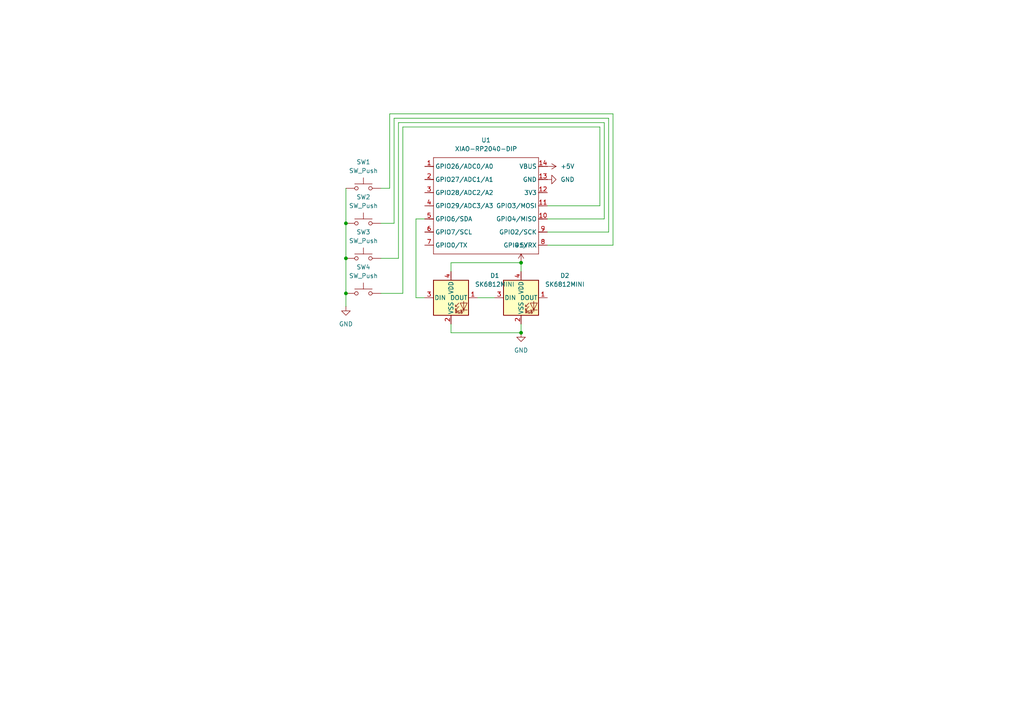
<source format=kicad_sch>
(kicad_sch
	(version 20250114)
	(generator "eeschema")
	(generator_version "9.0")
	(uuid "5c14677e-6a76-4e69-95f6-0a91f0a947ea")
	(paper "A4")
	(lib_symbols
		(symbol "LED:SK6812MINI"
			(pin_names
				(offset 0.254)
			)
			(exclude_from_sim no)
			(in_bom yes)
			(on_board yes)
			(property "Reference" "D"
				(at 5.08 5.715 0)
				(effects
					(font
						(size 1.27 1.27)
					)
					(justify right bottom)
				)
			)
			(property "Value" "SK6812MINI"
				(at 1.27 -5.715 0)
				(effects
					(font
						(size 1.27 1.27)
					)
					(justify left top)
				)
			)
			(property "Footprint" "LED_SMD:LED_SK6812MINI_PLCC4_3.5x3.5mm_P1.75mm"
				(at 1.27 -7.62 0)
				(effects
					(font
						(size 1.27 1.27)
					)
					(justify left top)
					(hide yes)
				)
			)
			(property "Datasheet" "https://cdn-shop.adafruit.com/product-files/2686/SK6812MINI_REV.01-1-2.pdf"
				(at 2.54 -9.525 0)
				(effects
					(font
						(size 1.27 1.27)
					)
					(justify left top)
					(hide yes)
				)
			)
			(property "Description" "RGB LED with integrated controller"
				(at 0 0 0)
				(effects
					(font
						(size 1.27 1.27)
					)
					(hide yes)
				)
			)
			(property "ki_keywords" "RGB LED NeoPixel Mini addressable"
				(at 0 0 0)
				(effects
					(font
						(size 1.27 1.27)
					)
					(hide yes)
				)
			)
			(property "ki_fp_filters" "LED*SK6812MINI*PLCC*3.5x3.5mm*P1.75mm*"
				(at 0 0 0)
				(effects
					(font
						(size 1.27 1.27)
					)
					(hide yes)
				)
			)
			(symbol "SK6812MINI_0_0"
				(text "RGB"
					(at 2.286 -4.191 0)
					(effects
						(font
							(size 0.762 0.762)
						)
					)
				)
			)
			(symbol "SK6812MINI_0_1"
				(polyline
					(pts
						(xy 1.27 -2.54) (xy 1.778 -2.54)
					)
					(stroke
						(width 0)
						(type default)
					)
					(fill
						(type none)
					)
				)
				(polyline
					(pts
						(xy 1.27 -3.556) (xy 1.778 -3.556)
					)
					(stroke
						(width 0)
						(type default)
					)
					(fill
						(type none)
					)
				)
				(polyline
					(pts
						(xy 2.286 -1.524) (xy 1.27 -2.54) (xy 1.27 -2.032)
					)
					(stroke
						(width 0)
						(type default)
					)
					(fill
						(type none)
					)
				)
				(polyline
					(pts
						(xy 2.286 -2.54) (xy 1.27 -3.556) (xy 1.27 -3.048)
					)
					(stroke
						(width 0)
						(type default)
					)
					(fill
						(type none)
					)
				)
				(polyline
					(pts
						(xy 3.683 -1.016) (xy 3.683 -3.556) (xy 3.683 -4.064)
					)
					(stroke
						(width 0)
						(type default)
					)
					(fill
						(type none)
					)
				)
				(polyline
					(pts
						(xy 4.699 -1.524) (xy 2.667 -1.524) (xy 3.683 -3.556) (xy 4.699 -1.524)
					)
					(stroke
						(width 0)
						(type default)
					)
					(fill
						(type none)
					)
				)
				(polyline
					(pts
						(xy 4.699 -3.556) (xy 2.667 -3.556)
					)
					(stroke
						(width 0)
						(type default)
					)
					(fill
						(type none)
					)
				)
				(rectangle
					(start 5.08 5.08)
					(end -5.08 -5.08)
					(stroke
						(width 0.254)
						(type default)
					)
					(fill
						(type background)
					)
				)
			)
			(symbol "SK6812MINI_1_1"
				(pin input line
					(at -7.62 0 0)
					(length 2.54)
					(name "DIN"
						(effects
							(font
								(size 1.27 1.27)
							)
						)
					)
					(number "3"
						(effects
							(font
								(size 1.27 1.27)
							)
						)
					)
				)
				(pin power_in line
					(at 0 7.62 270)
					(length 2.54)
					(name "VDD"
						(effects
							(font
								(size 1.27 1.27)
							)
						)
					)
					(number "4"
						(effects
							(font
								(size 1.27 1.27)
							)
						)
					)
				)
				(pin power_in line
					(at 0 -7.62 90)
					(length 2.54)
					(name "VSS"
						(effects
							(font
								(size 1.27 1.27)
							)
						)
					)
					(number "2"
						(effects
							(font
								(size 1.27 1.27)
							)
						)
					)
				)
				(pin output line
					(at 7.62 0 180)
					(length 2.54)
					(name "DOUT"
						(effects
							(font
								(size 1.27 1.27)
							)
						)
					)
					(number "1"
						(effects
							(font
								(size 1.27 1.27)
							)
						)
					)
				)
			)
			(embedded_fonts no)
		)
		(symbol "Seeed_Studio_XIAO_Series:XIAO-RP2040-DIP"
			(exclude_from_sim no)
			(in_bom yes)
			(on_board yes)
			(property "Reference" "U"
				(at 0 0 0)
				(effects
					(font
						(size 1.27 1.27)
					)
				)
			)
			(property "Value" "XIAO-RP2040-DIP"
				(at 5.334 -1.778 0)
				(effects
					(font
						(size 1.27 1.27)
					)
				)
			)
			(property "Footprint" "Module:MOUDLE14P-XIAO-DIP-SMD"
				(at 14.478 -32.258 0)
				(effects
					(font
						(size 1.27 1.27)
					)
					(hide yes)
				)
			)
			(property "Datasheet" ""
				(at 0 0 0)
				(effects
					(font
						(size 1.27 1.27)
					)
					(hide yes)
				)
			)
			(property "Description" ""
				(at 0 0 0)
				(effects
					(font
						(size 1.27 1.27)
					)
					(hide yes)
				)
			)
			(symbol "XIAO-RP2040-DIP_1_0"
				(polyline
					(pts
						(xy -1.27 -2.54) (xy 29.21 -2.54)
					)
					(stroke
						(width 0.1524)
						(type solid)
					)
					(fill
						(type none)
					)
				)
				(polyline
					(pts
						(xy -1.27 -5.08) (xy -2.54 -5.08)
					)
					(stroke
						(width 0.1524)
						(type solid)
					)
					(fill
						(type none)
					)
				)
				(polyline
					(pts
						(xy -1.27 -5.08) (xy -1.27 -2.54)
					)
					(stroke
						(width 0.1524)
						(type solid)
					)
					(fill
						(type none)
					)
				)
				(polyline
					(pts
						(xy -1.27 -8.89) (xy -2.54 -8.89)
					)
					(stroke
						(width 0.1524)
						(type solid)
					)
					(fill
						(type none)
					)
				)
				(polyline
					(pts
						(xy -1.27 -8.89) (xy -1.27 -5.08)
					)
					(stroke
						(width 0.1524)
						(type solid)
					)
					(fill
						(type none)
					)
				)
				(polyline
					(pts
						(xy -1.27 -12.7) (xy -2.54 -12.7)
					)
					(stroke
						(width 0.1524)
						(type solid)
					)
					(fill
						(type none)
					)
				)
				(polyline
					(pts
						(xy -1.27 -12.7) (xy -1.27 -8.89)
					)
					(stroke
						(width 0.1524)
						(type solid)
					)
					(fill
						(type none)
					)
				)
				(polyline
					(pts
						(xy -1.27 -16.51) (xy -2.54 -16.51)
					)
					(stroke
						(width 0.1524)
						(type solid)
					)
					(fill
						(type none)
					)
				)
				(polyline
					(pts
						(xy -1.27 -16.51) (xy -1.27 -12.7)
					)
					(stroke
						(width 0.1524)
						(type solid)
					)
					(fill
						(type none)
					)
				)
				(polyline
					(pts
						(xy -1.27 -20.32) (xy -2.54 -20.32)
					)
					(stroke
						(width 0.1524)
						(type solid)
					)
					(fill
						(type none)
					)
				)
				(polyline
					(pts
						(xy -1.27 -24.13) (xy -2.54 -24.13)
					)
					(stroke
						(width 0.1524)
						(type solid)
					)
					(fill
						(type none)
					)
				)
				(polyline
					(pts
						(xy -1.27 -27.94) (xy -2.54 -27.94)
					)
					(stroke
						(width 0.1524)
						(type solid)
					)
					(fill
						(type none)
					)
				)
				(polyline
					(pts
						(xy -1.27 -30.48) (xy -1.27 -16.51)
					)
					(stroke
						(width 0.1524)
						(type solid)
					)
					(fill
						(type none)
					)
				)
				(polyline
					(pts
						(xy 29.21 -2.54) (xy 29.21 -5.08)
					)
					(stroke
						(width 0.1524)
						(type solid)
					)
					(fill
						(type none)
					)
				)
				(polyline
					(pts
						(xy 29.21 -5.08) (xy 29.21 -8.89)
					)
					(stroke
						(width 0.1524)
						(type solid)
					)
					(fill
						(type none)
					)
				)
				(polyline
					(pts
						(xy 29.21 -8.89) (xy 29.21 -12.7)
					)
					(stroke
						(width 0.1524)
						(type solid)
					)
					(fill
						(type none)
					)
				)
				(polyline
					(pts
						(xy 29.21 -12.7) (xy 29.21 -30.48)
					)
					(stroke
						(width 0.1524)
						(type solid)
					)
					(fill
						(type none)
					)
				)
				(polyline
					(pts
						(xy 29.21 -30.48) (xy -1.27 -30.48)
					)
					(stroke
						(width 0.1524)
						(type solid)
					)
					(fill
						(type none)
					)
				)
				(polyline
					(pts
						(xy 30.48 -5.08) (xy 29.21 -5.08)
					)
					(stroke
						(width 0.1524)
						(type solid)
					)
					(fill
						(type none)
					)
				)
				(polyline
					(pts
						(xy 30.48 -8.89) (xy 29.21 -8.89)
					)
					(stroke
						(width 0.1524)
						(type solid)
					)
					(fill
						(type none)
					)
				)
				(polyline
					(pts
						(xy 30.48 -12.7) (xy 29.21 -12.7)
					)
					(stroke
						(width 0.1524)
						(type solid)
					)
					(fill
						(type none)
					)
				)
				(polyline
					(pts
						(xy 30.48 -16.51) (xy 29.21 -16.51)
					)
					(stroke
						(width 0.1524)
						(type solid)
					)
					(fill
						(type none)
					)
				)
				(polyline
					(pts
						(xy 30.48 -20.32) (xy 29.21 -20.32)
					)
					(stroke
						(width 0.1524)
						(type solid)
					)
					(fill
						(type none)
					)
				)
				(polyline
					(pts
						(xy 30.48 -24.13) (xy 29.21 -24.13)
					)
					(stroke
						(width 0.1524)
						(type solid)
					)
					(fill
						(type none)
					)
				)
				(polyline
					(pts
						(xy 30.48 -27.94) (xy 29.21 -27.94)
					)
					(stroke
						(width 0.1524)
						(type solid)
					)
					(fill
						(type none)
					)
				)
				(pin passive line
					(at -3.81 -5.08 0)
					(length 2.54)
					(name "GPIO26/ADC0/A0"
						(effects
							(font
								(size 1.27 1.27)
							)
						)
					)
					(number "1"
						(effects
							(font
								(size 1.27 1.27)
							)
						)
					)
				)
				(pin passive line
					(at -3.81 -8.89 0)
					(length 2.54)
					(name "GPIO27/ADC1/A1"
						(effects
							(font
								(size 1.27 1.27)
							)
						)
					)
					(number "2"
						(effects
							(font
								(size 1.27 1.27)
							)
						)
					)
				)
				(pin passive line
					(at -3.81 -12.7 0)
					(length 2.54)
					(name "GPIO28/ADC2/A2"
						(effects
							(font
								(size 1.27 1.27)
							)
						)
					)
					(number "3"
						(effects
							(font
								(size 1.27 1.27)
							)
						)
					)
				)
				(pin passive line
					(at -3.81 -16.51 0)
					(length 2.54)
					(name "GPIO29/ADC3/A3"
						(effects
							(font
								(size 1.27 1.27)
							)
						)
					)
					(number "4"
						(effects
							(font
								(size 1.27 1.27)
							)
						)
					)
				)
				(pin passive line
					(at -3.81 -20.32 0)
					(length 2.54)
					(name "GPIO6/SDA"
						(effects
							(font
								(size 1.27 1.27)
							)
						)
					)
					(number "5"
						(effects
							(font
								(size 1.27 1.27)
							)
						)
					)
				)
				(pin passive line
					(at -3.81 -24.13 0)
					(length 2.54)
					(name "GPIO7/SCL"
						(effects
							(font
								(size 1.27 1.27)
							)
						)
					)
					(number "6"
						(effects
							(font
								(size 1.27 1.27)
							)
						)
					)
				)
				(pin passive line
					(at -3.81 -27.94 0)
					(length 2.54)
					(name "GPIO0/TX"
						(effects
							(font
								(size 1.27 1.27)
							)
						)
					)
					(number "7"
						(effects
							(font
								(size 1.27 1.27)
							)
						)
					)
				)
				(pin passive line
					(at 31.75 -5.08 180)
					(length 2.54)
					(name "VBUS"
						(effects
							(font
								(size 1.27 1.27)
							)
						)
					)
					(number "14"
						(effects
							(font
								(size 1.27 1.27)
							)
						)
					)
				)
				(pin passive line
					(at 31.75 -8.89 180)
					(length 2.54)
					(name "GND"
						(effects
							(font
								(size 1.27 1.27)
							)
						)
					)
					(number "13"
						(effects
							(font
								(size 1.27 1.27)
							)
						)
					)
				)
				(pin passive line
					(at 31.75 -12.7 180)
					(length 2.54)
					(name "3V3"
						(effects
							(font
								(size 1.27 1.27)
							)
						)
					)
					(number "12"
						(effects
							(font
								(size 1.27 1.27)
							)
						)
					)
				)
				(pin passive line
					(at 31.75 -16.51 180)
					(length 2.54)
					(name "GPIO3/MOSI"
						(effects
							(font
								(size 1.27 1.27)
							)
						)
					)
					(number "11"
						(effects
							(font
								(size 1.27 1.27)
							)
						)
					)
				)
				(pin passive line
					(at 31.75 -20.32 180)
					(length 2.54)
					(name "GPIO4/MISO"
						(effects
							(font
								(size 1.27 1.27)
							)
						)
					)
					(number "10"
						(effects
							(font
								(size 1.27 1.27)
							)
						)
					)
				)
				(pin passive line
					(at 31.75 -24.13 180)
					(length 2.54)
					(name "GPIO2/SCK"
						(effects
							(font
								(size 1.27 1.27)
							)
						)
					)
					(number "9"
						(effects
							(font
								(size 1.27 1.27)
							)
						)
					)
				)
				(pin passive line
					(at 31.75 -27.94 180)
					(length 2.54)
					(name "GPIO1/RX"
						(effects
							(font
								(size 1.27 1.27)
							)
						)
					)
					(number "8"
						(effects
							(font
								(size 1.27 1.27)
							)
						)
					)
				)
			)
			(embedded_fonts no)
		)
		(symbol "Switch:SW_Push"
			(pin_numbers
				(hide yes)
			)
			(pin_names
				(offset 1.016)
				(hide yes)
			)
			(exclude_from_sim no)
			(in_bom yes)
			(on_board yes)
			(property "Reference" "SW"
				(at 1.27 2.54 0)
				(effects
					(font
						(size 1.27 1.27)
					)
					(justify left)
				)
			)
			(property "Value" "SW_Push"
				(at 0 -1.524 0)
				(effects
					(font
						(size 1.27 1.27)
					)
				)
			)
			(property "Footprint" ""
				(at 0 5.08 0)
				(effects
					(font
						(size 1.27 1.27)
					)
					(hide yes)
				)
			)
			(property "Datasheet" "~"
				(at 0 5.08 0)
				(effects
					(font
						(size 1.27 1.27)
					)
					(hide yes)
				)
			)
			(property "Description" "Push button switch, generic, two pins"
				(at 0 0 0)
				(effects
					(font
						(size 1.27 1.27)
					)
					(hide yes)
				)
			)
			(property "ki_keywords" "switch normally-open pushbutton push-button"
				(at 0 0 0)
				(effects
					(font
						(size 1.27 1.27)
					)
					(hide yes)
				)
			)
			(symbol "SW_Push_0_1"
				(circle
					(center -2.032 0)
					(radius 0.508)
					(stroke
						(width 0)
						(type default)
					)
					(fill
						(type none)
					)
				)
				(polyline
					(pts
						(xy 0 1.27) (xy 0 3.048)
					)
					(stroke
						(width 0)
						(type default)
					)
					(fill
						(type none)
					)
				)
				(circle
					(center 2.032 0)
					(radius 0.508)
					(stroke
						(width 0)
						(type default)
					)
					(fill
						(type none)
					)
				)
				(polyline
					(pts
						(xy 2.54 1.27) (xy -2.54 1.27)
					)
					(stroke
						(width 0)
						(type default)
					)
					(fill
						(type none)
					)
				)
				(pin passive line
					(at -5.08 0 0)
					(length 2.54)
					(name "1"
						(effects
							(font
								(size 1.27 1.27)
							)
						)
					)
					(number "1"
						(effects
							(font
								(size 1.27 1.27)
							)
						)
					)
				)
				(pin passive line
					(at 5.08 0 180)
					(length 2.54)
					(name "2"
						(effects
							(font
								(size 1.27 1.27)
							)
						)
					)
					(number "2"
						(effects
							(font
								(size 1.27 1.27)
							)
						)
					)
				)
			)
			(embedded_fonts no)
		)
		(symbol "power:+5V"
			(power)
			(pin_numbers
				(hide yes)
			)
			(pin_names
				(offset 0)
				(hide yes)
			)
			(exclude_from_sim no)
			(in_bom yes)
			(on_board yes)
			(property "Reference" "#PWR"
				(at 0 -3.81 0)
				(effects
					(font
						(size 1.27 1.27)
					)
					(hide yes)
				)
			)
			(property "Value" "+5V"
				(at 0 3.556 0)
				(effects
					(font
						(size 1.27 1.27)
					)
				)
			)
			(property "Footprint" ""
				(at 0 0 0)
				(effects
					(font
						(size 1.27 1.27)
					)
					(hide yes)
				)
			)
			(property "Datasheet" ""
				(at 0 0 0)
				(effects
					(font
						(size 1.27 1.27)
					)
					(hide yes)
				)
			)
			(property "Description" "Power symbol creates a global label with name \"+5V\""
				(at 0 0 0)
				(effects
					(font
						(size 1.27 1.27)
					)
					(hide yes)
				)
			)
			(property "ki_keywords" "global power"
				(at 0 0 0)
				(effects
					(font
						(size 1.27 1.27)
					)
					(hide yes)
				)
			)
			(symbol "+5V_0_1"
				(polyline
					(pts
						(xy -0.762 1.27) (xy 0 2.54)
					)
					(stroke
						(width 0)
						(type default)
					)
					(fill
						(type none)
					)
				)
				(polyline
					(pts
						(xy 0 2.54) (xy 0.762 1.27)
					)
					(stroke
						(width 0)
						(type default)
					)
					(fill
						(type none)
					)
				)
				(polyline
					(pts
						(xy 0 0) (xy 0 2.54)
					)
					(stroke
						(width 0)
						(type default)
					)
					(fill
						(type none)
					)
				)
			)
			(symbol "+5V_1_1"
				(pin power_in line
					(at 0 0 90)
					(length 0)
					(name "~"
						(effects
							(font
								(size 1.27 1.27)
							)
						)
					)
					(number "1"
						(effects
							(font
								(size 1.27 1.27)
							)
						)
					)
				)
			)
			(embedded_fonts no)
		)
		(symbol "power:GND"
			(power)
			(pin_numbers
				(hide yes)
			)
			(pin_names
				(offset 0)
				(hide yes)
			)
			(exclude_from_sim no)
			(in_bom yes)
			(on_board yes)
			(property "Reference" "#PWR"
				(at 0 -6.35 0)
				(effects
					(font
						(size 1.27 1.27)
					)
					(hide yes)
				)
			)
			(property "Value" "GND"
				(at 0 -3.81 0)
				(effects
					(font
						(size 1.27 1.27)
					)
				)
			)
			(property "Footprint" ""
				(at 0 0 0)
				(effects
					(font
						(size 1.27 1.27)
					)
					(hide yes)
				)
			)
			(property "Datasheet" ""
				(at 0 0 0)
				(effects
					(font
						(size 1.27 1.27)
					)
					(hide yes)
				)
			)
			(property "Description" "Power symbol creates a global label with name \"GND\" , ground"
				(at 0 0 0)
				(effects
					(font
						(size 1.27 1.27)
					)
					(hide yes)
				)
			)
			(property "ki_keywords" "global power"
				(at 0 0 0)
				(effects
					(font
						(size 1.27 1.27)
					)
					(hide yes)
				)
			)
			(symbol "GND_0_1"
				(polyline
					(pts
						(xy 0 0) (xy 0 -1.27) (xy 1.27 -1.27) (xy 0 -2.54) (xy -1.27 -1.27) (xy 0 -1.27)
					)
					(stroke
						(width 0)
						(type default)
					)
					(fill
						(type none)
					)
				)
			)
			(symbol "GND_1_1"
				(pin power_in line
					(at 0 0 270)
					(length 0)
					(name "~"
						(effects
							(font
								(size 1.27 1.27)
							)
						)
					)
					(number "1"
						(effects
							(font
								(size 1.27 1.27)
							)
						)
					)
				)
			)
			(embedded_fonts no)
		)
	)
	(junction
		(at 151.13 96.52)
		(diameter 0)
		(color 0 0 0 0)
		(uuid "53f7a0d5-8fcc-4794-910e-fd221fbc77d7")
	)
	(junction
		(at 100.33 74.93)
		(diameter 0)
		(color 0 0 0 0)
		(uuid "5901498f-0daf-4758-9128-ca1699b58c36")
	)
	(junction
		(at 100.33 64.77)
		(diameter 0)
		(color 0 0 0 0)
		(uuid "6fa06692-8a49-4e40-bbcc-acbaeabdc07d")
	)
	(junction
		(at 151.13 76.2)
		(diameter 0)
		(color 0 0 0 0)
		(uuid "91829646-a421-4f42-9e8e-12e9425700a1")
	)
	(junction
		(at 100.33 85.09)
		(diameter 0)
		(color 0 0 0 0)
		(uuid "9de31f63-d624-4b51-843d-9f74b9892fc8")
	)
	(wire
		(pts
			(xy 177.8 71.12) (xy 158.75 71.12)
		)
		(stroke
			(width 0)
			(type default)
		)
		(uuid "03dbd6b6-14a7-4c11-8faf-b092b90f24fc")
	)
	(wire
		(pts
			(xy 110.49 85.09) (xy 116.84 85.09)
		)
		(stroke
			(width 0)
			(type default)
		)
		(uuid "05e5610c-1a98-4720-b30a-6dbac3b57898")
	)
	(wire
		(pts
			(xy 176.53 67.31) (xy 158.75 67.31)
		)
		(stroke
			(width 0)
			(type default)
		)
		(uuid "0be7dcd4-4ad4-4115-8ed8-eb2866e88ba6")
	)
	(wire
		(pts
			(xy 110.49 54.61) (xy 113.03 54.61)
		)
		(stroke
			(width 0)
			(type default)
		)
		(uuid "2206cb75-9009-43ee-9efc-b77550bb0673")
	)
	(wire
		(pts
			(xy 175.26 63.5) (xy 158.75 63.5)
		)
		(stroke
			(width 0)
			(type default)
		)
		(uuid "2ec97bf6-df7f-4a02-905e-3a558fec1e65")
	)
	(wire
		(pts
			(xy 173.99 59.69) (xy 158.75 59.69)
		)
		(stroke
			(width 0)
			(type default)
		)
		(uuid "46c91e81-1326-44ea-8d8f-12adc5108c8c")
	)
	(wire
		(pts
			(xy 100.33 54.61) (xy 100.33 64.77)
		)
		(stroke
			(width 0)
			(type default)
		)
		(uuid "4aa3e632-b9d5-4683-8639-2fc8dfb9d638")
	)
	(wire
		(pts
			(xy 113.03 54.61) (xy 113.03 33.02)
		)
		(stroke
			(width 0)
			(type default)
		)
		(uuid "5400ad44-5a23-4c0c-8be1-f8edd9ab451e")
	)
	(wire
		(pts
			(xy 100.33 85.09) (xy 100.33 88.9)
		)
		(stroke
			(width 0)
			(type default)
		)
		(uuid "57c30297-cd34-4799-9c1a-e00e094cf217")
	)
	(wire
		(pts
			(xy 115.57 74.93) (xy 115.57 35.56)
		)
		(stroke
			(width 0)
			(type default)
		)
		(uuid "6f91e851-636a-4e08-9c48-d0c0b84444bb")
	)
	(wire
		(pts
			(xy 116.84 85.09) (xy 116.84 36.83)
		)
		(stroke
			(width 0)
			(type default)
		)
		(uuid "73130e1e-8f19-430a-a15b-876f7ac6447b")
	)
	(wire
		(pts
			(xy 120.65 86.36) (xy 120.65 63.5)
		)
		(stroke
			(width 0)
			(type default)
		)
		(uuid "74c2fe75-120a-43c2-9a26-29a2f33ee63e")
	)
	(wire
		(pts
			(xy 176.53 34.29) (xy 176.53 67.31)
		)
		(stroke
			(width 0)
			(type default)
		)
		(uuid "7a4dad32-1fc1-48b4-90b3-64e47b3e762b")
	)
	(wire
		(pts
			(xy 130.81 78.74) (xy 130.81 76.2)
		)
		(stroke
			(width 0)
			(type default)
		)
		(uuid "7e84e0d0-0fbc-4707-a439-6727c55fea18")
	)
	(wire
		(pts
			(xy 123.19 86.36) (xy 120.65 86.36)
		)
		(stroke
			(width 0)
			(type default)
		)
		(uuid "83fc31e9-db44-431a-80f6-cdd0b1e1a658")
	)
	(wire
		(pts
			(xy 116.84 36.83) (xy 173.99 36.83)
		)
		(stroke
			(width 0)
			(type default)
		)
		(uuid "92f6f95f-7866-4510-af25-e6fd6a289a59")
	)
	(wire
		(pts
			(xy 177.8 33.02) (xy 177.8 71.12)
		)
		(stroke
			(width 0)
			(type default)
		)
		(uuid "9c25dfa9-907e-49b9-87c5-acd1d5bb8b16")
	)
	(wire
		(pts
			(xy 110.49 64.77) (xy 114.3 64.77)
		)
		(stroke
			(width 0)
			(type default)
		)
		(uuid "a149fd4a-5f0e-4abf-b702-4ff49d0526df")
	)
	(wire
		(pts
			(xy 151.13 93.98) (xy 151.13 96.52)
		)
		(stroke
			(width 0)
			(type default)
		)
		(uuid "a4bdb877-3b3a-4f87-9ecc-a8772a66224c")
	)
	(wire
		(pts
			(xy 115.57 35.56) (xy 175.26 35.56)
		)
		(stroke
			(width 0)
			(type default)
		)
		(uuid "a9be7c7c-1bc9-4061-aa59-007ee8c64f24")
	)
	(wire
		(pts
			(xy 114.3 64.77) (xy 114.3 34.29)
		)
		(stroke
			(width 0)
			(type default)
		)
		(uuid "ad56b2dd-d2a3-442f-95d2-3015b4069cae")
	)
	(wire
		(pts
			(xy 151.13 76.2) (xy 151.13 78.74)
		)
		(stroke
			(width 0)
			(type default)
		)
		(uuid "ae10bc11-3f4e-4ee3-8aef-7bfa8a40c32b")
	)
	(wire
		(pts
			(xy 175.26 35.56) (xy 175.26 63.5)
		)
		(stroke
			(width 0)
			(type default)
		)
		(uuid "bde63854-6237-4f5f-bb8f-4f7fa1757e6b")
	)
	(wire
		(pts
			(xy 100.33 74.93) (xy 100.33 85.09)
		)
		(stroke
			(width 0)
			(type default)
		)
		(uuid "c16a5a24-8bcd-4958-a1a0-bececfcb70b6")
	)
	(wire
		(pts
			(xy 130.81 76.2) (xy 151.13 76.2)
		)
		(stroke
			(width 0)
			(type default)
		)
		(uuid "c7766a3a-d41b-43ca-a2ed-e2cfebec55f4")
	)
	(wire
		(pts
			(xy 173.99 36.83) (xy 173.99 59.69)
		)
		(stroke
			(width 0)
			(type default)
		)
		(uuid "c897a44d-d122-4733-986b-5b71a662e9d3")
	)
	(wire
		(pts
			(xy 113.03 33.02) (xy 177.8 33.02)
		)
		(stroke
			(width 0)
			(type default)
		)
		(uuid "d5c04792-4455-4d5a-811f-8551cc380635")
	)
	(wire
		(pts
			(xy 151.13 96.52) (xy 130.81 96.52)
		)
		(stroke
			(width 0)
			(type default)
		)
		(uuid "d9e5049b-02d6-4148-9ea2-4bf0bb12a6ba")
	)
	(wire
		(pts
			(xy 114.3 34.29) (xy 176.53 34.29)
		)
		(stroke
			(width 0)
			(type default)
		)
		(uuid "da81f801-56a1-4cad-bcdd-31f61051436d")
	)
	(wire
		(pts
			(xy 110.49 74.93) (xy 115.57 74.93)
		)
		(stroke
			(width 0)
			(type default)
		)
		(uuid "eb189d84-57c0-4ecc-935b-fb2c97b0404d")
	)
	(wire
		(pts
			(xy 138.43 86.36) (xy 143.51 86.36)
		)
		(stroke
			(width 0)
			(type default)
		)
		(uuid "f26775dd-bf7a-4f1f-b831-4c8ac9862aec")
	)
	(wire
		(pts
			(xy 130.81 96.52) (xy 130.81 93.98)
		)
		(stroke
			(width 0)
			(type default)
		)
		(uuid "f7960559-8fc8-4e13-8d5a-f49f821f3916")
	)
	(wire
		(pts
			(xy 100.33 64.77) (xy 100.33 74.93)
		)
		(stroke
			(width 0)
			(type default)
		)
		(uuid "f810e9f7-ac46-455f-87c4-c512acc10080")
	)
	(wire
		(pts
			(xy 120.65 63.5) (xy 123.19 63.5)
		)
		(stroke
			(width 0)
			(type default)
		)
		(uuid "fb961d65-f1e2-4f5e-a785-753fa9725e2b")
	)
	(symbol
		(lib_id "power:+5V")
		(at 151.13 76.2 0)
		(unit 1)
		(exclude_from_sim no)
		(in_bom yes)
		(on_board yes)
		(dnp no)
		(fields_autoplaced yes)
		(uuid "14df5e04-510f-475b-b424-0fda34b7a2a4")
		(property "Reference" "#PWR05"
			(at 151.13 80.01 0)
			(effects
				(font
					(size 1.27 1.27)
				)
				(hide yes)
			)
		)
		(property "Value" "+5V"
			(at 151.13 71.12 0)
			(effects
				(font
					(size 1.27 1.27)
				)
			)
		)
		(property "Footprint" ""
			(at 151.13 76.2 0)
			(effects
				(font
					(size 1.27 1.27)
				)
				(hide yes)
			)
		)
		(property "Datasheet" ""
			(at 151.13 76.2 0)
			(effects
				(font
					(size 1.27 1.27)
				)
				(hide yes)
			)
		)
		(property "Description" "Power symbol creates a global label with name \"+5V\""
			(at 151.13 76.2 0)
			(effects
				(font
					(size 1.27 1.27)
				)
				(hide yes)
			)
		)
		(pin "1"
			(uuid "4bc356b2-c7d2-48a8-943b-942ab2aa8e33")
		)
		(instances
			(project ""
				(path "/5c14677e-6a76-4e69-95f6-0a91f0a947ea"
					(reference "#PWR05")
					(unit 1)
				)
			)
		)
	)
	(symbol
		(lib_id "Switch:SW_Push")
		(at 105.41 74.93 0)
		(unit 1)
		(exclude_from_sim no)
		(in_bom yes)
		(on_board yes)
		(dnp no)
		(fields_autoplaced yes)
		(uuid "1cf7022b-00ff-4fb8-92e3-8bea6b7817b8")
		(property "Reference" "SW3"
			(at 105.41 67.31 0)
			(effects
				(font
					(size 1.27 1.27)
				)
			)
		)
		(property "Value" "SW_Push"
			(at 105.41 69.85 0)
			(effects
				(font
					(size 1.27 1.27)
				)
			)
		)
		(property "Footprint" "Button_Switch_Keyboard:SW_Cherry_MX_1.00u_PCB"
			(at 105.41 69.85 0)
			(effects
				(font
					(size 1.27 1.27)
				)
				(hide yes)
			)
		)
		(property "Datasheet" "~"
			(at 105.41 69.85 0)
			(effects
				(font
					(size 1.27 1.27)
				)
				(hide yes)
			)
		)
		(property "Description" "Push button switch, generic, two pins"
			(at 105.41 74.93 0)
			(effects
				(font
					(size 1.27 1.27)
				)
				(hide yes)
			)
		)
		(pin "1"
			(uuid "795816ee-d6ce-4594-aebb-499e773dbc34")
		)
		(pin "2"
			(uuid "491ed90e-d740-4ceb-92a4-c7a0cdf5c2eb")
		)
		(instances
			(project "hackpad"
				(path "/5c14677e-6a76-4e69-95f6-0a91f0a947ea"
					(reference "SW3")
					(unit 1)
				)
			)
		)
	)
	(symbol
		(lib_id "Switch:SW_Push")
		(at 105.41 54.61 0)
		(unit 1)
		(exclude_from_sim no)
		(in_bom yes)
		(on_board yes)
		(dnp no)
		(uuid "1f7900a5-f361-4cf0-a3d3-512060295b01")
		(property "Reference" "SW1"
			(at 105.41 46.99 0)
			(effects
				(font
					(size 1.27 1.27)
				)
			)
		)
		(property "Value" "SW_Push"
			(at 105.41 49.53 0)
			(effects
				(font
					(size 1.27 1.27)
				)
			)
		)
		(property "Footprint" "Button_Switch_Keyboard:SW_Cherry_MX_1.00u_PCB"
			(at 105.41 49.53 0)
			(effects
				(font
					(size 1.27 1.27)
				)
				(hide yes)
			)
		)
		(property "Datasheet" "~"
			(at 105.41 49.53 0)
			(effects
				(font
					(size 1.27 1.27)
				)
				(hide yes)
			)
		)
		(property "Description" "Push button switch, generic, two pins"
			(at 105.41 54.61 0)
			(effects
				(font
					(size 1.27 1.27)
				)
				(hide yes)
			)
		)
		(pin "1"
			(uuid "c640ea74-5491-4223-9351-24def0753f2a")
		)
		(pin "2"
			(uuid "994ac814-bad6-4aee-a1f0-f555f6afa3c9")
		)
		(instances
			(project ""
				(path "/5c14677e-6a76-4e69-95f6-0a91f0a947ea"
					(reference "SW1")
					(unit 1)
				)
			)
		)
	)
	(symbol
		(lib_id "power:+5V")
		(at 158.75 48.26 270)
		(unit 1)
		(exclude_from_sim no)
		(in_bom yes)
		(on_board yes)
		(dnp no)
		(fields_autoplaced yes)
		(uuid "371af0b4-7176-4fa7-9fc3-de1ed84d7d4a")
		(property "Reference" "#PWR01"
			(at 154.94 48.26 0)
			(effects
				(font
					(size 1.27 1.27)
				)
				(hide yes)
			)
		)
		(property "Value" "+5V"
			(at 162.56 48.2599 90)
			(effects
				(font
					(size 1.27 1.27)
				)
				(justify left)
			)
		)
		(property "Footprint" ""
			(at 158.75 48.26 0)
			(effects
				(font
					(size 1.27 1.27)
				)
				(hide yes)
			)
		)
		(property "Datasheet" ""
			(at 158.75 48.26 0)
			(effects
				(font
					(size 1.27 1.27)
				)
				(hide yes)
			)
		)
		(property "Description" "Power symbol creates a global label with name \"+5V\""
			(at 158.75 48.26 0)
			(effects
				(font
					(size 1.27 1.27)
				)
				(hide yes)
			)
		)
		(pin "1"
			(uuid "0df6dc06-1f17-41f0-ac29-f8a52dfb0005")
		)
		(instances
			(project ""
				(path "/5c14677e-6a76-4e69-95f6-0a91f0a947ea"
					(reference "#PWR01")
					(unit 1)
				)
			)
		)
	)
	(symbol
		(lib_id "power:GND")
		(at 158.75 52.07 90)
		(unit 1)
		(exclude_from_sim no)
		(in_bom yes)
		(on_board yes)
		(dnp no)
		(fields_autoplaced yes)
		(uuid "85ed7742-edba-452f-b684-774e6b0a9132")
		(property "Reference" "#PWR02"
			(at 165.1 52.07 0)
			(effects
				(font
					(size 1.27 1.27)
				)
				(hide yes)
			)
		)
		(property "Value" "GND"
			(at 162.56 52.0699 90)
			(effects
				(font
					(size 1.27 1.27)
				)
				(justify right)
			)
		)
		(property "Footprint" ""
			(at 158.75 52.07 0)
			(effects
				(font
					(size 1.27 1.27)
				)
				(hide yes)
			)
		)
		(property "Datasheet" ""
			(at 158.75 52.07 0)
			(effects
				(font
					(size 1.27 1.27)
				)
				(hide yes)
			)
		)
		(property "Description" "Power symbol creates a global label with name \"GND\" , ground"
			(at 158.75 52.07 0)
			(effects
				(font
					(size 1.27 1.27)
				)
				(hide yes)
			)
		)
		(pin "1"
			(uuid "b195aad8-bd19-40c6-ac95-2d5da95d27a3")
		)
		(instances
			(project ""
				(path "/5c14677e-6a76-4e69-95f6-0a91f0a947ea"
					(reference "#PWR02")
					(unit 1)
				)
			)
		)
	)
	(symbol
		(lib_id "Switch:SW_Push")
		(at 105.41 85.09 0)
		(unit 1)
		(exclude_from_sim no)
		(in_bom yes)
		(on_board yes)
		(dnp no)
		(fields_autoplaced yes)
		(uuid "9f5a9267-fdb9-4267-80ca-661ee4419347")
		(property "Reference" "SW4"
			(at 105.41 77.47 0)
			(effects
				(font
					(size 1.27 1.27)
				)
			)
		)
		(property "Value" "SW_Push"
			(at 105.41 80.01 0)
			(effects
				(font
					(size 1.27 1.27)
				)
			)
		)
		(property "Footprint" "Button_Switch_Keyboard:SW_Cherry_MX_1.00u_PCB"
			(at 105.41 80.01 0)
			(effects
				(font
					(size 1.27 1.27)
				)
				(hide yes)
			)
		)
		(property "Datasheet" "~"
			(at 105.41 80.01 0)
			(effects
				(font
					(size 1.27 1.27)
				)
				(hide yes)
			)
		)
		(property "Description" "Push button switch, generic, two pins"
			(at 105.41 85.09 0)
			(effects
				(font
					(size 1.27 1.27)
				)
				(hide yes)
			)
		)
		(pin "1"
			(uuid "aae7940c-c6fd-4e07-b305-9193ce9dc8a8")
		)
		(pin "2"
			(uuid "aecd68a4-bb59-46cf-82a6-7d77d8436692")
		)
		(instances
			(project "hackpad"
				(path "/5c14677e-6a76-4e69-95f6-0a91f0a947ea"
					(reference "SW4")
					(unit 1)
				)
			)
		)
	)
	(symbol
		(lib_id "Seeed_Studio_XIAO_Series:XIAO-RP2040-DIP")
		(at 127 43.18 0)
		(unit 1)
		(exclude_from_sim no)
		(in_bom yes)
		(on_board yes)
		(dnp no)
		(fields_autoplaced yes)
		(uuid "a4264105-4619-40cb-898a-a37dbb2eed62")
		(property "Reference" "U1"
			(at 140.97 40.64 0)
			(effects
				(font
					(size 1.27 1.27)
				)
			)
		)
		(property "Value" "XIAO-RP2040-DIP"
			(at 140.97 43.18 0)
			(effects
				(font
					(size 1.27 1.27)
				)
			)
		)
		(property "Footprint" "OPL:XIAO-RP2040-DIP"
			(at 141.478 75.438 0)
			(effects
				(font
					(size 1.27 1.27)
				)
				(hide yes)
			)
		)
		(property "Datasheet" ""
			(at 127 43.18 0)
			(effects
				(font
					(size 1.27 1.27)
				)
				(hide yes)
			)
		)
		(property "Description" ""
			(at 127 43.18 0)
			(effects
				(font
					(size 1.27 1.27)
				)
				(hide yes)
			)
		)
		(pin "4"
			(uuid "25aab6c2-186f-41f2-9bb4-6f08eba5cbf3")
		)
		(pin "6"
			(uuid "751f6953-e55c-48c4-8c86-cea3a33eeedb")
		)
		(pin "7"
			(uuid "d7f2f3fb-6bdb-4875-8cfd-6e811ea06faa")
		)
		(pin "14"
			(uuid "865bd083-a567-4cad-a78c-c4524cc95a2d")
		)
		(pin "5"
			(uuid "0d35173b-250b-4db3-968c-1052560717b6")
		)
		(pin "13"
			(uuid "15350c9b-6cf6-4d7e-80ad-c9ea837b4b0c")
		)
		(pin "3"
			(uuid "35407a57-390e-4c30-8551-c767abc8e3cb")
		)
		(pin "11"
			(uuid "0a8e88e7-b3c0-43e9-a43b-ce5bd14f5fdc")
		)
		(pin "12"
			(uuid "6447b71a-1dce-4b4f-9ed9-48371728d414")
		)
		(pin "10"
			(uuid "a2dd538a-bef0-41ff-9621-3b56e9d13af3")
		)
		(pin "9"
			(uuid "6c45897d-accc-4493-9a46-094d66395c45")
		)
		(pin "8"
			(uuid "d5f51396-a6a3-41e7-8f9b-f6e11a626334")
		)
		(pin "1"
			(uuid "f7ac1725-1a2e-44eb-9ca9-33c9d0f8d926")
		)
		(pin "2"
			(uuid "6a8cfdb3-b85f-48f1-af10-fd66c475eedc")
		)
		(instances
			(project ""
				(path "/5c14677e-6a76-4e69-95f6-0a91f0a947ea"
					(reference "U1")
					(unit 1)
				)
			)
		)
	)
	(symbol
		(lib_id "power:GND")
		(at 151.13 96.52 0)
		(unit 1)
		(exclude_from_sim no)
		(in_bom yes)
		(on_board yes)
		(dnp no)
		(fields_autoplaced yes)
		(uuid "a769b8f8-2651-4ddc-8914-ffcfd0662a13")
		(property "Reference" "#PWR04"
			(at 151.13 102.87 0)
			(effects
				(font
					(size 1.27 1.27)
				)
				(hide yes)
			)
		)
		(property "Value" "GND"
			(at 151.13 101.6 0)
			(effects
				(font
					(size 1.27 1.27)
				)
			)
		)
		(property "Footprint" ""
			(at 151.13 96.52 0)
			(effects
				(font
					(size 1.27 1.27)
				)
				(hide yes)
			)
		)
		(property "Datasheet" ""
			(at 151.13 96.52 0)
			(effects
				(font
					(size 1.27 1.27)
				)
				(hide yes)
			)
		)
		(property "Description" "Power symbol creates a global label with name \"GND\" , ground"
			(at 151.13 96.52 0)
			(effects
				(font
					(size 1.27 1.27)
				)
				(hide yes)
			)
		)
		(pin "1"
			(uuid "1cff73cb-fa77-455e-9827-9a516f3f13a2")
		)
		(instances
			(project ""
				(path "/5c14677e-6a76-4e69-95f6-0a91f0a947ea"
					(reference "#PWR04")
					(unit 1)
				)
			)
		)
	)
	(symbol
		(lib_id "LED:SK6812MINI")
		(at 130.81 86.36 0)
		(unit 1)
		(exclude_from_sim no)
		(in_bom yes)
		(on_board yes)
		(dnp no)
		(fields_autoplaced yes)
		(uuid "b1a03f57-0de8-415f-8d01-b7e29375ff18")
		(property "Reference" "D1"
			(at 143.51 79.9398 0)
			(effects
				(font
					(size 1.27 1.27)
				)
			)
		)
		(property "Value" "SK6812MINI"
			(at 143.51 82.4798 0)
			(effects
				(font
					(size 1.27 1.27)
				)
			)
		)
		(property "Footprint" "LED_SMD:LED_SK6812MINI_PLCC4_3.5x3.5mm_P1.75mm"
			(at 132.08 93.98 0)
			(effects
				(font
					(size 1.27 1.27)
				)
				(justify left top)
				(hide yes)
			)
		)
		(property "Datasheet" "https://cdn-shop.adafruit.com/product-files/2686/SK6812MINI_REV.01-1-2.pdf"
			(at 133.35 95.885 0)
			(effects
				(font
					(size 1.27 1.27)
				)
				(justify left top)
				(hide yes)
			)
		)
		(property "Description" "RGB LED with integrated controller"
			(at 130.81 86.36 0)
			(effects
				(font
					(size 1.27 1.27)
				)
				(hide yes)
			)
		)
		(pin "2"
			(uuid "79694c7b-50a3-4e6d-b9db-00e380b235b5")
		)
		(pin "4"
			(uuid "fe6dd552-d873-4cff-8664-5cc5540cd9a6")
		)
		(pin "3"
			(uuid "f809ab2f-f208-4afa-a5b7-2ba277998599")
		)
		(pin "1"
			(uuid "df0f64a3-218c-4696-8cf9-e4da07ee0a02")
		)
		(instances
			(project ""
				(path "/5c14677e-6a76-4e69-95f6-0a91f0a947ea"
					(reference "D1")
					(unit 1)
				)
			)
		)
	)
	(symbol
		(lib_id "LED:SK6812MINI")
		(at 151.13 86.36 0)
		(unit 1)
		(exclude_from_sim no)
		(in_bom yes)
		(on_board yes)
		(dnp no)
		(fields_autoplaced yes)
		(uuid "f562e16a-e153-42b1-9b5e-efb5a59087e1")
		(property "Reference" "D2"
			(at 163.83 79.9398 0)
			(effects
				(font
					(size 1.27 1.27)
				)
			)
		)
		(property "Value" "SK6812MINI"
			(at 163.83 82.4798 0)
			(effects
				(font
					(size 1.27 1.27)
				)
			)
		)
		(property "Footprint" "LED_SMD:LED_SK6812MINI_PLCC4_3.5x3.5mm_P1.75mm"
			(at 152.4 93.98 0)
			(effects
				(font
					(size 1.27 1.27)
				)
				(justify left top)
				(hide yes)
			)
		)
		(property "Datasheet" "https://cdn-shop.adafruit.com/product-files/2686/SK6812MINI_REV.01-1-2.pdf"
			(at 153.67 95.885 0)
			(effects
				(font
					(size 1.27 1.27)
				)
				(justify left top)
				(hide yes)
			)
		)
		(property "Description" "RGB LED with integrated controller"
			(at 151.13 86.36 0)
			(effects
				(font
					(size 1.27 1.27)
				)
				(hide yes)
			)
		)
		(pin "4"
			(uuid "c9972217-54a1-455a-95d0-dd34b3e6e514")
		)
		(pin "3"
			(uuid "b3d92ef8-43dd-4621-a2bc-74dff7d35de5")
		)
		(pin "1"
			(uuid "bdf2f3fc-1040-4b04-aaa8-f59d733491d7")
		)
		(pin "2"
			(uuid "14c8a7fd-a4dc-4517-8ef6-f82988e02474")
		)
		(instances
			(project ""
				(path "/5c14677e-6a76-4e69-95f6-0a91f0a947ea"
					(reference "D2")
					(unit 1)
				)
			)
		)
	)
	(symbol
		(lib_id "power:GND")
		(at 100.33 88.9 0)
		(unit 1)
		(exclude_from_sim no)
		(in_bom yes)
		(on_board yes)
		(dnp no)
		(fields_autoplaced yes)
		(uuid "f8665373-9f6d-494f-bcdb-b4366d99fe72")
		(property "Reference" "#PWR03"
			(at 100.33 95.25 0)
			(effects
				(font
					(size 1.27 1.27)
				)
				(hide yes)
			)
		)
		(property "Value" "GND"
			(at 100.33 93.98 0)
			(effects
				(font
					(size 1.27 1.27)
				)
			)
		)
		(property "Footprint" ""
			(at 100.33 88.9 0)
			(effects
				(font
					(size 1.27 1.27)
				)
				(hide yes)
			)
		)
		(property "Datasheet" ""
			(at 100.33 88.9 0)
			(effects
				(font
					(size 1.27 1.27)
				)
				(hide yes)
			)
		)
		(property "Description" "Power symbol creates a global label with name \"GND\" , ground"
			(at 100.33 88.9 0)
			(effects
				(font
					(size 1.27 1.27)
				)
				(hide yes)
			)
		)
		(pin "1"
			(uuid "aab119cc-82b8-4152-819a-dd8241df5172")
		)
		(instances
			(project ""
				(path "/5c14677e-6a76-4e69-95f6-0a91f0a947ea"
					(reference "#PWR03")
					(unit 1)
				)
			)
		)
	)
	(symbol
		(lib_id "Switch:SW_Push")
		(at 105.41 64.77 0)
		(unit 1)
		(exclude_from_sim no)
		(in_bom yes)
		(on_board yes)
		(dnp no)
		(fields_autoplaced yes)
		(uuid "febaaa62-66a5-415d-8ccb-1591dd04e586")
		(property "Reference" "SW2"
			(at 105.41 57.15 0)
			(effects
				(font
					(size 1.27 1.27)
				)
			)
		)
		(property "Value" "SW_Push"
			(at 105.41 59.69 0)
			(effects
				(font
					(size 1.27 1.27)
				)
			)
		)
		(property "Footprint" "Button_Switch_Keyboard:SW_Cherry_MX_1.00u_PCB"
			(at 105.41 59.69 0)
			(effects
				(font
					(size 1.27 1.27)
				)
				(hide yes)
			)
		)
		(property "Datasheet" "~"
			(at 105.41 59.69 0)
			(effects
				(font
					(size 1.27 1.27)
				)
				(hide yes)
			)
		)
		(property "Description" "Push button switch, generic, two pins"
			(at 105.41 64.77 0)
			(effects
				(font
					(size 1.27 1.27)
				)
				(hide yes)
			)
		)
		(pin "1"
			(uuid "1f1fe166-5324-43ff-aa7a-713d00c04395")
		)
		(pin "2"
			(uuid "4e9bfda5-0ae6-43a8-8178-1d76b9a0673a")
		)
		(instances
			(project "hackpad"
				(path "/5c14677e-6a76-4e69-95f6-0a91f0a947ea"
					(reference "SW2")
					(unit 1)
				)
			)
		)
	)
	(sheet_instances
		(path "/"
			(page "1")
		)
	)
	(embedded_fonts no)
)

</source>
